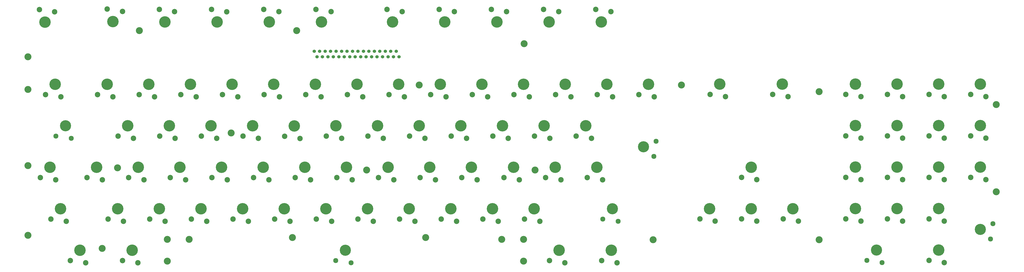
<source format=gbr>
%TF.GenerationSoftware,KiCad,Pcbnew,8.0.1*%
%TF.CreationDate,2024-06-21T10:07:37+10:00*%
%TF.ProjectId,A1200KBv2,41313230-304b-4427-9632-2e6b69636164,rev?*%
%TF.SameCoordinates,Original*%
%TF.FileFunction,Soldermask,Bot*%
%TF.FilePolarity,Negative*%
%FSLAX46Y46*%
G04 Gerber Fmt 4.6, Leading zero omitted, Abs format (unit mm)*
G04 Created by KiCad (PCBNEW 8.0.1) date 2024-06-21 10:07:37*
%MOMM*%
%LPD*%
G01*
G04 APERTURE LIST*
%ADD10C,3.200000*%
%ADD11C,5.100000*%
%ADD12C,2.300000*%
%ADD13C,5.250000*%
%ADD14C,2.500000*%
%ADD15C,1.524000*%
G04 APERTURE END LIST*
D10*
%TO.C,K32*%
X89758000Y-133866800D03*
X89758000Y-143866800D03*
X99758000Y-133866800D03*
D11*
X171258000Y-138866800D03*
D10*
X242758000Y-133866800D03*
X252758000Y-133866800D03*
X252758000Y-143866800D03*
D12*
X166858000Y-143566800D03*
X173858000Y-144616800D03*
%TD*%
%TO.C,K96*%
X467444000Y-126670400D03*
X466394000Y-133670400D03*
D11*
X461694000Y-129270400D03*
%TD*%
%TO.C,K83*%
X414196000Y-138768400D03*
D12*
X409796000Y-143468400D03*
X416796000Y-144518400D03*
%TD*%
D11*
%TO.C,K71*%
X307631000Y-91393800D03*
D12*
X312331000Y-95793800D03*
X313381000Y-88793800D03*
%TD*%
D11*
%TO.C,K66*%
X293432000Y-119816800D03*
D12*
X289032000Y-124516800D03*
X296032000Y-125566800D03*
%TD*%
D11*
%TO.C,K3*%
X43242000Y-81716800D03*
D12*
X38842000Y-86416800D03*
X45842000Y-87466800D03*
%TD*%
D13*
%TO.C,K60*%
X257618000Y-119816800D03*
D14*
X253218000Y-124516800D03*
X260218000Y-125566800D03*
%TD*%
D13*
%TO.C,K8*%
X71690000Y-81716800D03*
D14*
X67290000Y-86416800D03*
X74290000Y-87466800D03*
%TD*%
D13*
%TO.C,K56*%
X240600000Y-34010000D03*
D14*
X245000000Y-29310000D03*
X238000000Y-28260000D03*
%TD*%
D10*
%TO.C,*%
X205000000Y-63000000D03*
%TD*%
%TO.C,*%
X149000000Y-38000000D03*
%TD*%
D13*
%TO.C,K64*%
X281240000Y-81716800D03*
D14*
X276840000Y-86416800D03*
X283840000Y-87466800D03*
%TD*%
D13*
%TO.C,K68*%
X288352000Y-34010000D03*
D14*
X292752000Y-29310000D03*
X285752000Y-28260000D03*
%TD*%
D13*
%TO.C,K53*%
X243140000Y-81716800D03*
D14*
X238740000Y-86416800D03*
X245740000Y-87466800D03*
%TD*%
D10*
%TO.C,*%
X258000000Y-102000000D03*
%TD*%
D13*
%TO.C,K81*%
X404544000Y-100668400D03*
D14*
X400144000Y-105368400D03*
X407144000Y-106418400D03*
%TD*%
D13*
%TO.C,K26*%
X124268000Y-119816800D03*
D14*
X119868000Y-124516800D03*
X126868000Y-125566800D03*
%TD*%
D13*
%TO.C,K41*%
X181418000Y-119816800D03*
D14*
X177018000Y-124516800D03*
X184018000Y-125566800D03*
%TD*%
D13*
%TO.C,K34*%
X157542000Y-62666800D03*
D14*
X153142000Y-67366800D03*
X160142000Y-68416800D03*
%TD*%
D10*
%TO.C,*%
X26000000Y-100000000D03*
%TD*%
D13*
%TO.C,K13*%
X81342000Y-62666800D03*
D14*
X76942000Y-67366800D03*
X83942000Y-68416800D03*
%TD*%
D13*
%TO.C,K58*%
X262190000Y-81716800D03*
D14*
X257790000Y-86416800D03*
X264790000Y-87466800D03*
%TD*%
D13*
%TO.C,K52*%
X233742000Y-62666800D03*
D14*
X229342000Y-67366800D03*
X236342000Y-68416800D03*
%TD*%
D13*
%TO.C,K18*%
X100392000Y-62666800D03*
D14*
X95992000Y-67366800D03*
X102992000Y-68416800D03*
%TD*%
D13*
%TO.C,K88*%
X442644000Y-62568400D03*
D14*
X438244000Y-67268400D03*
X445244000Y-68318400D03*
%TD*%
D13*
%TO.C,K51*%
X216724000Y-34010000D03*
D14*
X221124000Y-29310000D03*
X214124000Y-28260000D03*
%TD*%
D13*
%TO.C,K12*%
X73722000Y-138866800D03*
D14*
X69322000Y-143566800D03*
X76322000Y-144616800D03*
%TD*%
D13*
%TO.C,K70*%
X286320000Y-100766800D03*
D14*
X281920000Y-105466800D03*
X288920000Y-106516800D03*
%TD*%
D13*
%TO.C,K2*%
X38514000Y-62666800D03*
D14*
X34114000Y-67366800D03*
X41114000Y-68416800D03*
%TD*%
D13*
%TO.C,K25*%
X114616000Y-100766800D03*
D14*
X110216000Y-105466800D03*
X117216000Y-106516800D03*
%TD*%
D13*
%TO.C,K17*%
X88708000Y-34010000D03*
D14*
X93108000Y-29310000D03*
X86108000Y-28260000D03*
%TD*%
D13*
%TO.C,K49*%
X209866000Y-100766800D03*
D14*
X205466000Y-105466800D03*
X212466000Y-106516800D03*
%TD*%
D10*
%TO.C,*%
X181000000Y-102000000D03*
%TD*%
D13*
%TO.C,K24*%
X128840000Y-81716800D03*
D14*
X124440000Y-86416800D03*
X131440000Y-87466800D03*
%TD*%
D13*
%TO.C,K43*%
X195642000Y-62666800D03*
D14*
X191242000Y-67366800D03*
X198242000Y-68416800D03*
%TD*%
D13*
%TO.C,K47*%
X214692000Y-62666800D03*
D14*
X210292000Y-67366800D03*
X217292000Y-68416800D03*
%TD*%
D13*
%TO.C,K48*%
X224090000Y-81716800D03*
D14*
X219690000Y-86416800D03*
X226690000Y-87466800D03*
%TD*%
D10*
%TO.C,*%
X253000000Y-44000000D03*
%TD*%
D13*
%TO.C,K69*%
X290892000Y-62666800D03*
D14*
X286492000Y-67366800D03*
X293492000Y-68416800D03*
%TD*%
D13*
%TO.C,K85*%
X423594000Y-81618400D03*
D14*
X419194000Y-86318400D03*
X426194000Y-87368400D03*
%TD*%
D13*
%TO.C,K35*%
X166940000Y-81716800D03*
D14*
X162540000Y-86416800D03*
X169540000Y-87466800D03*
%TD*%
D13*
%TO.C,K40*%
X171766000Y-100766800D03*
D14*
X167366000Y-105466800D03*
X174366000Y-106516800D03*
%TD*%
D13*
%TO.C,K37*%
X162368000Y-119816800D03*
D14*
X157968000Y-124516800D03*
X164968000Y-125566800D03*
%TD*%
D10*
%TO.C,*%
X147000000Y-133000000D03*
%TD*%
D13*
%TO.C,K20*%
X95566000Y-100766800D03*
D14*
X91166000Y-105466800D03*
X98166000Y-106516800D03*
%TD*%
D10*
%TO.C,*%
X60000000Y-138000000D03*
%TD*%
D13*
%TO.C,K75*%
X356865200Y-100716000D03*
D14*
X352465200Y-105416000D03*
X359465200Y-106466000D03*
%TD*%
D13*
%TO.C,K67*%
X292924000Y-138866800D03*
D14*
X288524000Y-143566800D03*
X295524000Y-144616800D03*
%TD*%
D10*
%TO.C,*%
X67000000Y-101000000D03*
%TD*%
D13*
%TO.C,K7*%
X62292000Y-62666800D03*
D14*
X57892000Y-67366800D03*
X64892000Y-68416800D03*
%TD*%
D13*
%TO.C,K76*%
X356865200Y-119766000D03*
D14*
X352465200Y-124466000D03*
X359465200Y-125516000D03*
%TD*%
D13*
%TO.C,K5*%
X40956000Y-119816800D03*
D14*
X36556000Y-124516800D03*
X43556000Y-125566800D03*
%TD*%
D13*
%TO.C,K9*%
X57466000Y-100766800D03*
D14*
X53066000Y-105466800D03*
X60066000Y-106516800D03*
%TD*%
D13*
%TO.C,K77*%
X371139200Y-62602000D03*
D14*
X366739200Y-67302000D03*
X373739200Y-68352000D03*
%TD*%
D13*
%TO.C,K31*%
X143318000Y-119816800D03*
D14*
X138918000Y-124516800D03*
X145918000Y-125566800D03*
%TD*%
D13*
%TO.C,K19*%
X109790000Y-81716800D03*
D14*
X105390000Y-86416800D03*
X112390000Y-87466800D03*
%TD*%
D13*
%TO.C,K73*%
X337815200Y-119766000D03*
D14*
X333415200Y-124466000D03*
X340415200Y-125516000D03*
%TD*%
D10*
%TO.C,*%
X325000000Y-63000000D03*
%TD*%
D13*
%TO.C,K86*%
X423594000Y-100668400D03*
D14*
X419194000Y-105368400D03*
X426194000Y-106418400D03*
%TD*%
D13*
%TO.C,K90*%
X442644000Y-100668400D03*
D14*
X438244000Y-105368400D03*
X445244000Y-106418400D03*
%TD*%
D13*
%TO.C,K57*%
X252792000Y-62666800D03*
D14*
X248392000Y-67366800D03*
X255392000Y-68416800D03*
%TD*%
D10*
%TO.C,*%
X208000000Y-133000000D03*
%TD*%
D13*
%TO.C,K59*%
X248220000Y-100766800D03*
D14*
X243820000Y-105466800D03*
X250820000Y-106516800D03*
%TD*%
D10*
%TO.C,*%
X119000000Y-85000000D03*
%TD*%
D13*
%TO.C,K15*%
X76516000Y-100766800D03*
D14*
X72116000Y-105466800D03*
X79116000Y-106516800D03*
%TD*%
D13*
%TO.C,K33*%
X160336000Y-34010000D03*
D14*
X164736000Y-29310000D03*
X157736000Y-28260000D03*
%TD*%
D13*
%TO.C,K29*%
X147890000Y-81795600D03*
D14*
X143490000Y-86495600D03*
X150490000Y-87545600D03*
%TD*%
D13*
%TO.C,K16*%
X86168000Y-119816800D03*
D14*
X81768000Y-124516800D03*
X88768000Y-125566800D03*
%TD*%
D13*
%TO.C,K93*%
X461694000Y-62568400D03*
D14*
X457294000Y-67268400D03*
X464294000Y-68318400D03*
%TD*%
D13*
%TO.C,K54*%
X228916000Y-100766800D03*
D14*
X224516000Y-105466800D03*
X231516000Y-106516800D03*
%TD*%
D13*
%TO.C,K28*%
X138492000Y-62666800D03*
D14*
X134092000Y-67366800D03*
X141092000Y-68416800D03*
%TD*%
D10*
%TO.C,*%
X26000000Y-50000000D03*
%TD*%
D13*
%TO.C,K27*%
X136460000Y-34010000D03*
D14*
X140860000Y-29310000D03*
X133860000Y-28260000D03*
%TD*%
D13*
%TO.C,K11*%
X64892400Y-33894800D03*
D14*
X69292400Y-29194800D03*
X62292400Y-28144800D03*
%TD*%
D13*
%TO.C,K55*%
X238562000Y-119838800D03*
D14*
X234162000Y-124538800D03*
X241162000Y-125588800D03*
%TD*%
D13*
%TO.C,K4*%
X36130000Y-100766800D03*
D14*
X31730000Y-105466800D03*
X38730000Y-106516800D03*
%TD*%
D10*
%TO.C,*%
X26000000Y-132000000D03*
%TD*%
D13*
%TO.C,K92*%
X442644000Y-138768400D03*
D14*
X438244000Y-143468400D03*
X445244000Y-144518400D03*
%TD*%
D13*
%TO.C,K10*%
X67118000Y-119816800D03*
D14*
X62718000Y-124516800D03*
X69718000Y-125566800D03*
%TD*%
D13*
%TO.C,K95*%
X461694000Y-100668400D03*
D14*
X457294000Y-105368400D03*
X464294000Y-106418400D03*
%TD*%
D13*
%TO.C,K65*%
X267270000Y-100766800D03*
D14*
X262870000Y-105466800D03*
X269870000Y-106516800D03*
%TD*%
D13*
%TO.C,K21*%
X105218000Y-119816800D03*
D14*
X100818000Y-124516800D03*
X107818000Y-125566800D03*
%TD*%
D13*
%TO.C,K74*%
X342543200Y-62602000D03*
D14*
X338143200Y-67302000D03*
X345143200Y-68352000D03*
%TD*%
D13*
%TO.C,K39*%
X185990000Y-81716800D03*
D14*
X181590000Y-86416800D03*
X188590000Y-87466800D03*
%TD*%
D13*
%TO.C,K23*%
X119442000Y-62666800D03*
D14*
X115042000Y-67366800D03*
X122042000Y-68416800D03*
%TD*%
D13*
%TO.C,K82*%
X404544000Y-119718400D03*
D14*
X400144000Y-124418400D03*
X407144000Y-125468400D03*
%TD*%
D10*
%TO.C,*%
X469000000Y-72000000D03*
%TD*%
D13*
%TO.C,K87*%
X423594000Y-119718400D03*
D14*
X419194000Y-124418400D03*
X426194000Y-125468400D03*
%TD*%
D10*
%TO.C,*%
X469000000Y-112000000D03*
%TD*%
D13*
%TO.C,K61*%
X269048000Y-138866800D03*
D14*
X264648000Y-143566800D03*
X271648000Y-144616800D03*
%TD*%
D10*
%TO.C,*%
X388000000Y-134000000D03*
%TD*%
D13*
%TO.C,K78*%
X375915200Y-119766000D03*
D14*
X371515200Y-124466000D03*
X378515200Y-125516000D03*
%TD*%
D13*
%TO.C,K80*%
X404544000Y-81618400D03*
D14*
X400144000Y-86318400D03*
X407144000Y-87368400D03*
%TD*%
D13*
%TO.C,K63*%
X271842000Y-62666800D03*
D14*
X267442000Y-67366800D03*
X274442000Y-68416800D03*
%TD*%
D13*
%TO.C,K22*%
X112584000Y-34038000D03*
D14*
X116984000Y-29338000D03*
X109984000Y-28288000D03*
%TD*%
D13*
%TO.C,K38*%
X176592000Y-62666800D03*
D14*
X172192000Y-67366800D03*
X179192000Y-68416800D03*
%TD*%
D13*
%TO.C,K14*%
X90740000Y-81716800D03*
D14*
X86340000Y-86416800D03*
X93340000Y-87466800D03*
%TD*%
D10*
%TO.C,*%
X388000000Y-66000000D03*
%TD*%
D13*
%TO.C,K36*%
X152716000Y-100766800D03*
D14*
X148316000Y-105466800D03*
X155316000Y-106516800D03*
%TD*%
D13*
%TO.C,K42*%
X192842000Y-34010000D03*
D14*
X197242000Y-29310000D03*
X190242000Y-28260000D03*
%TD*%
D13*
%TO.C,K44*%
X205040000Y-81716800D03*
D14*
X200640000Y-86416800D03*
X207640000Y-87466800D03*
%TD*%
D13*
%TO.C,K84*%
X423594000Y-62568400D03*
D14*
X419194000Y-67268400D03*
X426194000Y-68318400D03*
%TD*%
D13*
%TO.C,K94*%
X461694000Y-81618400D03*
D14*
X457294000Y-86318400D03*
X464294000Y-87368400D03*
%TD*%
D10*
%TO.C,*%
X26000000Y-65000000D03*
%TD*%
D13*
%TO.C,K50*%
X219522000Y-119818800D03*
D14*
X215122000Y-124518800D03*
X222122000Y-125568800D03*
%TD*%
D13*
%TO.C,K46*%
X200468000Y-119816800D03*
D14*
X196068000Y-124516800D03*
X203068000Y-125566800D03*
%TD*%
D13*
%TO.C,K89*%
X442644000Y-81618400D03*
D14*
X438244000Y-86318400D03*
X445244000Y-87368400D03*
%TD*%
D13*
%TO.C,K62*%
X264476000Y-34010000D03*
D14*
X268876000Y-29310000D03*
X261876000Y-28260000D03*
%TD*%
D13*
%TO.C,K45*%
X190816000Y-100766800D03*
D14*
X186416000Y-105466800D03*
X193416000Y-106516800D03*
%TD*%
D13*
%TO.C,K91*%
X442644000Y-119718400D03*
D14*
X438244000Y-124418400D03*
X445244000Y-125468400D03*
%TD*%
D13*
%TO.C,K30*%
X133666000Y-100766800D03*
D14*
X129266000Y-105466800D03*
X136266000Y-106516800D03*
%TD*%
D13*
%TO.C,K6*%
X49846000Y-138866800D03*
D14*
X45446000Y-143566800D03*
X52446000Y-144616800D03*
%TD*%
D13*
%TO.C,K79*%
X404544000Y-62568400D03*
D14*
X400144000Y-67268400D03*
X407144000Y-68318400D03*
%TD*%
D13*
%TO.C,K1*%
X33844000Y-34108000D03*
D14*
X38244000Y-29408000D03*
X31244000Y-28358000D03*
%TD*%
D10*
%TO.C,*%
X77000000Y-38000000D03*
%TD*%
D13*
%TO.C,K72*%
X309942000Y-62666800D03*
D14*
X305542000Y-67366800D03*
X312542000Y-68416800D03*
%TD*%
D10*
%TO.C,*%
X312000000Y-134000000D03*
%TD*%
D15*
%TO.C,J1*%
X157000000Y-47500000D03*
X158250000Y-50000000D03*
X159500000Y-47500000D03*
X160750000Y-50000000D03*
X162000000Y-47500000D03*
X163250000Y-50000000D03*
X164500000Y-47500000D03*
X165750000Y-50000000D03*
X167000000Y-47500000D03*
X168250000Y-50000000D03*
X169500000Y-47500000D03*
X170750000Y-50000000D03*
X172000000Y-47500000D03*
X173250000Y-50000000D03*
X174500000Y-47500000D03*
X175750000Y-50000000D03*
X177000000Y-47500000D03*
X178250000Y-50000000D03*
X179500000Y-47500000D03*
X180750000Y-50000000D03*
X182000000Y-47500000D03*
X183250000Y-50000000D03*
X184500000Y-47500000D03*
X185750000Y-50000000D03*
X187000000Y-47500000D03*
X188250000Y-50000000D03*
X189500000Y-47500000D03*
X190750000Y-50000000D03*
X192000000Y-47500000D03*
X193250000Y-50000000D03*
X194500000Y-47500000D03*
X195750000Y-50000000D03*
%TD*%
M02*

</source>
